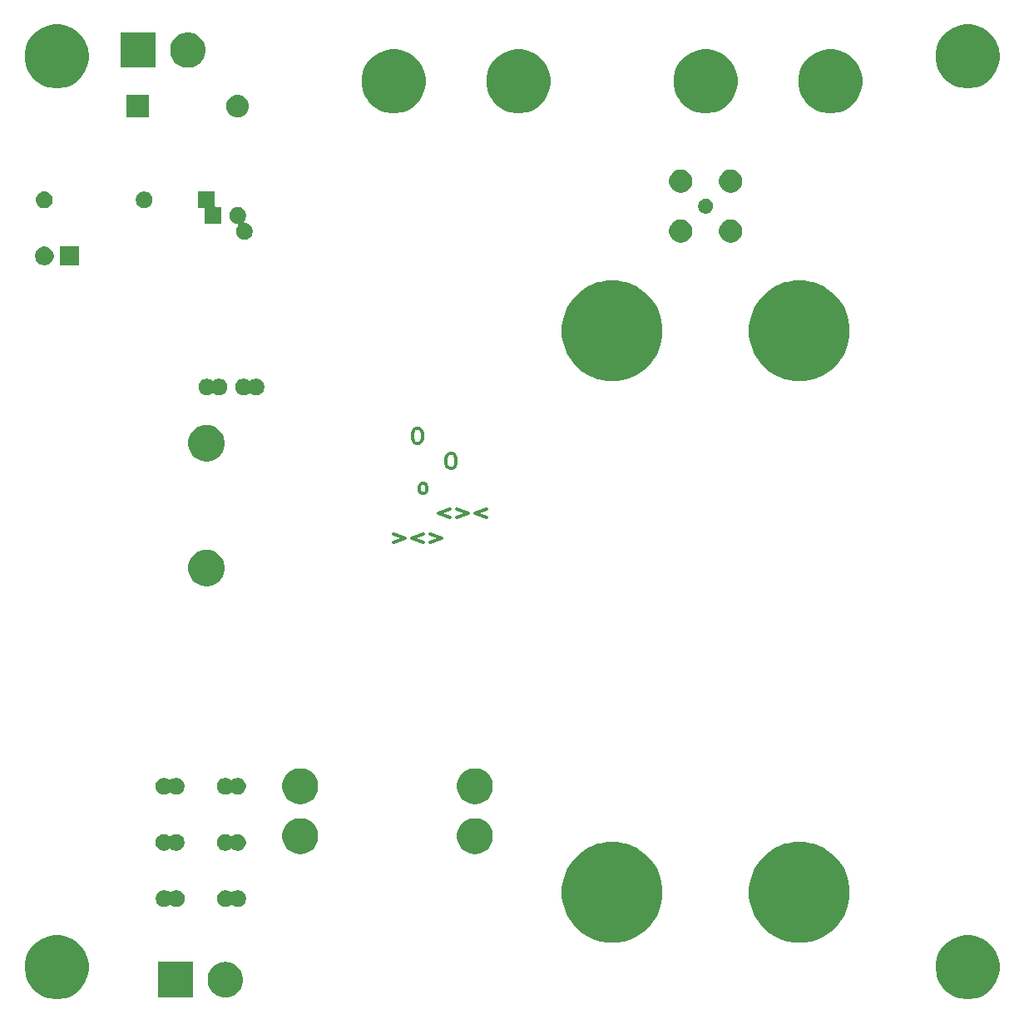
<source format=gbr>
G04 #@! TF.GenerationSoftware,KiCad,Pcbnew,5.0.2-bee76a0~70~ubuntu16.04.1*
G04 #@! TF.CreationDate,2021-05-08T15:12:51-07:00*
G04 #@! TF.ProjectId,simple-switching-network,73696d70-6c65-42d7-9377-69746368696e,rev?*
G04 #@! TF.SameCoordinates,Original*
G04 #@! TF.FileFunction,Soldermask,Bot*
G04 #@! TF.FilePolarity,Negative*
%FSLAX46Y46*%
G04 Gerber Fmt 4.6, Leading zero omitted, Abs format (unit mm)*
G04 Created by KiCad (PCBNEW 5.0.2-bee76a0~70~ubuntu16.04.1) date Sat 08 May 2021 03:12:51 PM PDT*
%MOMM*%
%LPD*%
G01*
G04 APERTURE LIST*
%ADD10C,0.300000*%
%ADD11C,0.100000*%
G04 APERTURE END LIST*
D10*
X104156428Y-98853571D02*
X103870714Y-98853571D01*
X103727857Y-98925000D01*
X103585000Y-99067857D01*
X103513571Y-99353571D01*
X103513571Y-99853571D01*
X103585000Y-100139285D01*
X103727857Y-100282142D01*
X103870714Y-100353571D01*
X104156428Y-100353571D01*
X104299285Y-100282142D01*
X104442142Y-100139285D01*
X104513571Y-99853571D01*
X104513571Y-99353571D01*
X104442142Y-99067857D01*
X104299285Y-98925000D01*
X104156428Y-98853571D01*
X107585000Y-101403571D02*
X107299285Y-101403571D01*
X107156428Y-101475000D01*
X107013571Y-101617857D01*
X106942142Y-101903571D01*
X106942142Y-102403571D01*
X107013571Y-102689285D01*
X107156428Y-102832142D01*
X107299285Y-102903571D01*
X107585000Y-102903571D01*
X107727857Y-102832142D01*
X107870714Y-102689285D01*
X107942142Y-102403571D01*
X107942142Y-101903571D01*
X107870714Y-101617857D01*
X107727857Y-101475000D01*
X107585000Y-101403571D01*
X104692142Y-105453571D02*
X104835000Y-105382142D01*
X104906428Y-105310714D01*
X104977857Y-105167857D01*
X104977857Y-104739285D01*
X104906428Y-104596428D01*
X104835000Y-104525000D01*
X104692142Y-104453571D01*
X104477857Y-104453571D01*
X104335000Y-104525000D01*
X104263571Y-104596428D01*
X104192142Y-104739285D01*
X104192142Y-105167857D01*
X104263571Y-105310714D01*
X104335000Y-105382142D01*
X104477857Y-105453571D01*
X104692142Y-105453571D01*
X111013571Y-107003571D02*
X109870714Y-107432142D01*
X111013571Y-107860714D01*
X108013571Y-107003571D02*
X109156428Y-107432142D01*
X108013571Y-107860714D01*
X107299285Y-107003571D02*
X106156428Y-107432142D01*
X107299285Y-107860714D01*
X105299285Y-109553571D02*
X106442142Y-109982142D01*
X105299285Y-110410714D01*
X104585000Y-109553571D02*
X103442142Y-109982142D01*
X104585000Y-110410714D01*
X101585000Y-109553571D02*
X102727857Y-109982142D01*
X101585000Y-110410714D01*
D11*
G36*
X160654239Y-150481467D02*
X160968282Y-150543934D01*
X161559926Y-150789001D01*
X161851491Y-150983819D01*
X162092395Y-151144786D01*
X162545214Y-151597605D01*
X162545216Y-151597608D01*
X162900999Y-152130074D01*
X162900999Y-152130075D01*
X163146066Y-152721719D01*
X163271000Y-153349803D01*
X163271000Y-153990197D01*
X163208533Y-154304239D01*
X163146066Y-154618282D01*
X162900999Y-155209926D01*
X162730330Y-155465350D01*
X162545214Y-155742395D01*
X162092395Y-156195214D01*
X162092392Y-156195216D01*
X161559926Y-156550999D01*
X160968282Y-156796066D01*
X160654239Y-156858533D01*
X160340197Y-156921000D01*
X159699803Y-156921000D01*
X159385761Y-156858533D01*
X159071718Y-156796066D01*
X158480074Y-156550999D01*
X157947608Y-156195216D01*
X157947605Y-156195214D01*
X157494786Y-155742395D01*
X157309670Y-155465350D01*
X157139001Y-155209926D01*
X156893934Y-154618282D01*
X156831467Y-154304239D01*
X156769000Y-153990197D01*
X156769000Y-153349803D01*
X156893934Y-152721719D01*
X157139001Y-152130075D01*
X157139001Y-152130074D01*
X157494784Y-151597608D01*
X157494786Y-151597605D01*
X157947605Y-151144786D01*
X158188509Y-150983819D01*
X158480074Y-150789001D01*
X159071718Y-150543934D01*
X159385761Y-150481467D01*
X159699803Y-150419000D01*
X160340197Y-150419000D01*
X160654239Y-150481467D01*
X160654239Y-150481467D01*
G37*
G36*
X67944239Y-150481467D02*
X68258282Y-150543934D01*
X68849926Y-150789001D01*
X69141491Y-150983819D01*
X69382395Y-151144786D01*
X69835214Y-151597605D01*
X69835216Y-151597608D01*
X70190999Y-152130074D01*
X70190999Y-152130075D01*
X70436066Y-152721719D01*
X70561000Y-153349803D01*
X70561000Y-153990197D01*
X70498533Y-154304239D01*
X70436066Y-154618282D01*
X70190999Y-155209926D01*
X70020330Y-155465350D01*
X69835214Y-155742395D01*
X69382395Y-156195214D01*
X69382392Y-156195216D01*
X68849926Y-156550999D01*
X68258282Y-156796066D01*
X67944239Y-156858533D01*
X67630197Y-156921000D01*
X66989803Y-156921000D01*
X66675761Y-156858533D01*
X66361718Y-156796066D01*
X65770074Y-156550999D01*
X65237608Y-156195216D01*
X65237605Y-156195214D01*
X64784786Y-155742395D01*
X64599670Y-155465350D01*
X64429001Y-155209926D01*
X64183934Y-154618282D01*
X64121467Y-154304239D01*
X64059000Y-153990197D01*
X64059000Y-153349803D01*
X64183934Y-152721719D01*
X64429001Y-152130075D01*
X64429001Y-152130074D01*
X64784784Y-151597608D01*
X64784786Y-151597605D01*
X65237605Y-151144786D01*
X65478509Y-150983819D01*
X65770074Y-150789001D01*
X66361718Y-150543934D01*
X66675761Y-150481467D01*
X66989803Y-150419000D01*
X67630197Y-150419000D01*
X67944239Y-150481467D01*
X67944239Y-150481467D01*
G37*
G36*
X84681905Y-153148789D02*
X84980350Y-153208153D01*
X85308122Y-153343921D01*
X85603109Y-153541025D01*
X85853975Y-153791891D01*
X86051079Y-154086878D01*
X86186847Y-154414650D01*
X86256060Y-154762611D01*
X86256060Y-155117389D01*
X86186847Y-155465350D01*
X86051079Y-155793122D01*
X85853975Y-156088109D01*
X85603109Y-156338975D01*
X85308122Y-156536079D01*
X84980350Y-156671847D01*
X84681905Y-156731211D01*
X84632390Y-156741060D01*
X84277610Y-156741060D01*
X84228095Y-156731211D01*
X83929650Y-156671847D01*
X83601878Y-156536079D01*
X83306891Y-156338975D01*
X83056025Y-156088109D01*
X82858921Y-155793122D01*
X82723153Y-155465350D01*
X82653940Y-155117389D01*
X82653940Y-154762611D01*
X82723153Y-154414650D01*
X82858921Y-154086878D01*
X83056025Y-153791891D01*
X83306891Y-153541025D01*
X83601878Y-153343921D01*
X83929650Y-153208153D01*
X84228095Y-153148789D01*
X84277610Y-153138940D01*
X84632390Y-153138940D01*
X84681905Y-153148789D01*
X84681905Y-153148789D01*
G37*
G36*
X81176060Y-156741060D02*
X77573940Y-156741060D01*
X77573940Y-153138940D01*
X81176060Y-153138940D01*
X81176060Y-156741060D01*
X81176060Y-156741060D01*
G37*
G36*
X144041225Y-141050454D02*
X144371658Y-141116181D01*
X144758443Y-141276393D01*
X145305439Y-141502966D01*
X146145825Y-142064494D01*
X146860506Y-142779175D01*
X147422034Y-143619561D01*
X147808819Y-144553343D01*
X148006000Y-145544639D01*
X148006000Y-146555361D01*
X147808819Y-147546657D01*
X147422034Y-148480439D01*
X146860506Y-149320825D01*
X146145825Y-150035506D01*
X145305439Y-150597034D01*
X144841989Y-150789001D01*
X144371658Y-150983819D01*
X144041225Y-151049546D01*
X143380361Y-151181000D01*
X142369639Y-151181000D01*
X141708775Y-151049546D01*
X141378342Y-150983819D01*
X140908011Y-150789001D01*
X140444561Y-150597034D01*
X139604175Y-150035506D01*
X138889494Y-149320825D01*
X138327966Y-148480439D01*
X137941181Y-147546657D01*
X137744000Y-146555361D01*
X137744000Y-145544639D01*
X137941181Y-144553343D01*
X138327966Y-143619561D01*
X138889494Y-142779175D01*
X139604175Y-142064494D01*
X140444561Y-141502966D01*
X140991557Y-141276393D01*
X141378342Y-141116181D01*
X141708775Y-141050454D01*
X142369639Y-140919000D01*
X143380361Y-140919000D01*
X144041225Y-141050454D01*
X144041225Y-141050454D01*
G37*
G36*
X124991225Y-141050454D02*
X125321658Y-141116181D01*
X125708443Y-141276393D01*
X126255439Y-141502966D01*
X127095825Y-142064494D01*
X127810506Y-142779175D01*
X128372034Y-143619561D01*
X128758819Y-144553343D01*
X128956000Y-145544639D01*
X128956000Y-146555361D01*
X128758819Y-147546657D01*
X128372034Y-148480439D01*
X127810506Y-149320825D01*
X127095825Y-150035506D01*
X126255439Y-150597034D01*
X125791989Y-150789001D01*
X125321658Y-150983819D01*
X124991225Y-151049546D01*
X124330361Y-151181000D01*
X123319639Y-151181000D01*
X122658775Y-151049546D01*
X122328342Y-150983819D01*
X121858011Y-150789001D01*
X121394561Y-150597034D01*
X120554175Y-150035506D01*
X119839494Y-149320825D01*
X119277966Y-148480439D01*
X118891181Y-147546657D01*
X118694000Y-146555361D01*
X118694000Y-145544639D01*
X118891181Y-144553343D01*
X119277966Y-143619561D01*
X119839494Y-142779175D01*
X120554175Y-142064494D01*
X121394561Y-141502966D01*
X121941557Y-141276393D01*
X122328342Y-141116181D01*
X122658775Y-141050454D01*
X123319639Y-140919000D01*
X124330361Y-140919000D01*
X124991225Y-141050454D01*
X124991225Y-141050454D01*
G37*
G36*
X84723228Y-145866703D02*
X84878100Y-145930853D01*
X85017481Y-146023985D01*
X85017485Y-146023989D01*
X85024380Y-146028596D01*
X85030554Y-146033663D01*
X85052165Y-146045214D01*
X85075614Y-146052327D01*
X85100000Y-146054729D01*
X85124386Y-146052327D01*
X85147835Y-146045214D01*
X85169446Y-146033663D01*
X85175620Y-146028596D01*
X85182515Y-146023989D01*
X85182519Y-146023985D01*
X85321900Y-145930853D01*
X85476772Y-145866703D01*
X85641184Y-145834000D01*
X85808816Y-145834000D01*
X85973228Y-145866703D01*
X86128100Y-145930853D01*
X86267481Y-146023985D01*
X86386015Y-146142519D01*
X86479147Y-146281900D01*
X86543297Y-146436772D01*
X86576000Y-146601184D01*
X86576000Y-146768816D01*
X86543297Y-146933228D01*
X86479147Y-147088100D01*
X86386015Y-147227481D01*
X86267481Y-147346015D01*
X86128100Y-147439147D01*
X85973228Y-147503297D01*
X85808816Y-147536000D01*
X85641184Y-147536000D01*
X85476772Y-147503297D01*
X85321900Y-147439147D01*
X85182519Y-147346015D01*
X85182515Y-147346011D01*
X85175620Y-147341404D01*
X85169446Y-147336337D01*
X85147835Y-147324786D01*
X85124386Y-147317673D01*
X85100000Y-147315271D01*
X85075614Y-147317673D01*
X85052165Y-147324786D01*
X85030554Y-147336337D01*
X85024380Y-147341404D01*
X85017485Y-147346011D01*
X85017481Y-147346015D01*
X84878100Y-147439147D01*
X84723228Y-147503297D01*
X84558816Y-147536000D01*
X84391184Y-147536000D01*
X84226772Y-147503297D01*
X84071900Y-147439147D01*
X83932519Y-147346015D01*
X83813985Y-147227481D01*
X83720853Y-147088100D01*
X83656703Y-146933228D01*
X83624000Y-146768816D01*
X83624000Y-146601184D01*
X83656703Y-146436772D01*
X83720853Y-146281900D01*
X83813985Y-146142519D01*
X83932519Y-146023985D01*
X84071900Y-145930853D01*
X84226772Y-145866703D01*
X84391184Y-145834000D01*
X84558816Y-145834000D01*
X84723228Y-145866703D01*
X84723228Y-145866703D01*
G37*
G36*
X78473228Y-145866703D02*
X78628100Y-145930853D01*
X78767481Y-146023985D01*
X78767485Y-146023989D01*
X78774380Y-146028596D01*
X78780554Y-146033663D01*
X78802165Y-146045214D01*
X78825614Y-146052327D01*
X78850000Y-146054729D01*
X78874386Y-146052327D01*
X78897835Y-146045214D01*
X78919446Y-146033663D01*
X78925620Y-146028596D01*
X78932515Y-146023989D01*
X78932519Y-146023985D01*
X79071900Y-145930853D01*
X79226772Y-145866703D01*
X79391184Y-145834000D01*
X79558816Y-145834000D01*
X79723228Y-145866703D01*
X79878100Y-145930853D01*
X80017481Y-146023985D01*
X80136015Y-146142519D01*
X80229147Y-146281900D01*
X80293297Y-146436772D01*
X80326000Y-146601184D01*
X80326000Y-146768816D01*
X80293297Y-146933228D01*
X80229147Y-147088100D01*
X80136015Y-147227481D01*
X80017481Y-147346015D01*
X79878100Y-147439147D01*
X79723228Y-147503297D01*
X79558816Y-147536000D01*
X79391184Y-147536000D01*
X79226772Y-147503297D01*
X79071900Y-147439147D01*
X78932519Y-147346015D01*
X78932515Y-147346011D01*
X78925620Y-147341404D01*
X78919446Y-147336337D01*
X78897835Y-147324786D01*
X78874386Y-147317673D01*
X78850000Y-147315271D01*
X78825614Y-147317673D01*
X78802165Y-147324786D01*
X78780554Y-147336337D01*
X78774380Y-147341404D01*
X78767485Y-147346011D01*
X78767481Y-147346015D01*
X78628100Y-147439147D01*
X78473228Y-147503297D01*
X78308816Y-147536000D01*
X78141184Y-147536000D01*
X77976772Y-147503297D01*
X77821900Y-147439147D01*
X77682519Y-147346015D01*
X77563985Y-147227481D01*
X77470853Y-147088100D01*
X77406703Y-146933228D01*
X77374000Y-146768816D01*
X77374000Y-146601184D01*
X77406703Y-146436772D01*
X77470853Y-146281900D01*
X77563985Y-146142519D01*
X77682519Y-146023985D01*
X77821900Y-145930853D01*
X77976772Y-145866703D01*
X78141184Y-145834000D01*
X78308816Y-145834000D01*
X78473228Y-145866703D01*
X78473228Y-145866703D01*
G37*
G36*
X92431820Y-138541143D02*
X92608500Y-138576287D01*
X92746373Y-138633396D01*
X92941355Y-138714160D01*
X93240923Y-138914325D01*
X93495675Y-139169077D01*
X93695840Y-139468645D01*
X93833713Y-139801501D01*
X93904000Y-140154858D01*
X93904000Y-140515142D01*
X93833713Y-140868499D01*
X93695840Y-141201355D01*
X93495675Y-141500923D01*
X93240923Y-141755675D01*
X92941355Y-141955840D01*
X92746373Y-142036604D01*
X92608500Y-142093713D01*
X92431820Y-142128857D01*
X92255142Y-142164000D01*
X91894858Y-142164000D01*
X91718180Y-142128857D01*
X91541500Y-142093713D01*
X91403627Y-142036604D01*
X91208645Y-141955840D01*
X90909077Y-141755675D01*
X90654325Y-141500923D01*
X90454160Y-141201355D01*
X90316287Y-140868499D01*
X90246000Y-140515142D01*
X90246000Y-140154858D01*
X90316287Y-139801501D01*
X90454160Y-139468645D01*
X90654325Y-139169077D01*
X90909077Y-138914325D01*
X91208645Y-138714160D01*
X91403627Y-138633396D01*
X91541500Y-138576287D01*
X91718180Y-138541143D01*
X91894858Y-138506000D01*
X92255142Y-138506000D01*
X92431820Y-138541143D01*
X92431820Y-138541143D01*
G37*
G36*
X110211820Y-138541143D02*
X110388500Y-138576287D01*
X110526373Y-138633396D01*
X110721355Y-138714160D01*
X111020923Y-138914325D01*
X111275675Y-139169077D01*
X111475840Y-139468645D01*
X111613713Y-139801501D01*
X111684000Y-140154858D01*
X111684000Y-140515142D01*
X111613713Y-140868499D01*
X111475840Y-141201355D01*
X111275675Y-141500923D01*
X111020923Y-141755675D01*
X110721355Y-141955840D01*
X110526373Y-142036604D01*
X110388500Y-142093713D01*
X110211820Y-142128857D01*
X110035142Y-142164000D01*
X109674858Y-142164000D01*
X109498180Y-142128857D01*
X109321500Y-142093713D01*
X109183627Y-142036604D01*
X108988645Y-141955840D01*
X108689077Y-141755675D01*
X108434325Y-141500923D01*
X108234160Y-141201355D01*
X108096287Y-140868499D01*
X108026000Y-140515142D01*
X108026000Y-140154858D01*
X108096287Y-139801501D01*
X108234160Y-139468645D01*
X108434325Y-139169077D01*
X108689077Y-138914325D01*
X108988645Y-138714160D01*
X109183627Y-138633396D01*
X109321500Y-138576287D01*
X109498180Y-138541143D01*
X109674858Y-138506000D01*
X110035142Y-138506000D01*
X110211820Y-138541143D01*
X110211820Y-138541143D01*
G37*
G36*
X84703228Y-140151703D02*
X84858100Y-140215853D01*
X84997481Y-140308985D01*
X84997485Y-140308989D01*
X85004380Y-140313596D01*
X85010554Y-140318663D01*
X85032165Y-140330214D01*
X85055614Y-140337327D01*
X85080000Y-140339729D01*
X85104386Y-140337327D01*
X85127835Y-140330214D01*
X85149446Y-140318663D01*
X85155620Y-140313596D01*
X85162515Y-140308989D01*
X85162519Y-140308985D01*
X85301900Y-140215853D01*
X85456772Y-140151703D01*
X85621184Y-140119000D01*
X85788816Y-140119000D01*
X85953228Y-140151703D01*
X86108100Y-140215853D01*
X86247481Y-140308985D01*
X86366015Y-140427519D01*
X86459147Y-140566900D01*
X86523297Y-140721772D01*
X86556000Y-140886184D01*
X86556000Y-141053816D01*
X86523297Y-141218228D01*
X86459147Y-141373100D01*
X86366015Y-141512481D01*
X86247481Y-141631015D01*
X86108100Y-141724147D01*
X85953228Y-141788297D01*
X85788816Y-141821000D01*
X85621184Y-141821000D01*
X85456772Y-141788297D01*
X85301900Y-141724147D01*
X85162519Y-141631015D01*
X85162515Y-141631011D01*
X85155620Y-141626404D01*
X85149446Y-141621337D01*
X85127835Y-141609786D01*
X85104386Y-141602673D01*
X85080000Y-141600271D01*
X85055614Y-141602673D01*
X85032165Y-141609786D01*
X85010554Y-141621337D01*
X85004380Y-141626404D01*
X84997485Y-141631011D01*
X84997481Y-141631015D01*
X84858100Y-141724147D01*
X84703228Y-141788297D01*
X84538816Y-141821000D01*
X84371184Y-141821000D01*
X84206772Y-141788297D01*
X84051900Y-141724147D01*
X83912519Y-141631015D01*
X83793985Y-141512481D01*
X83700853Y-141373100D01*
X83636703Y-141218228D01*
X83604000Y-141053816D01*
X83604000Y-140886184D01*
X83636703Y-140721772D01*
X83700853Y-140566900D01*
X83793985Y-140427519D01*
X83912519Y-140308985D01*
X84051900Y-140215853D01*
X84206772Y-140151703D01*
X84371184Y-140119000D01*
X84538816Y-140119000D01*
X84703228Y-140151703D01*
X84703228Y-140151703D01*
G37*
G36*
X78453228Y-140151703D02*
X78608100Y-140215853D01*
X78747481Y-140308985D01*
X78747485Y-140308989D01*
X78754380Y-140313596D01*
X78760554Y-140318663D01*
X78782165Y-140330214D01*
X78805614Y-140337327D01*
X78830000Y-140339729D01*
X78854386Y-140337327D01*
X78877835Y-140330214D01*
X78899446Y-140318663D01*
X78905620Y-140313596D01*
X78912515Y-140308989D01*
X78912519Y-140308985D01*
X79051900Y-140215853D01*
X79206772Y-140151703D01*
X79371184Y-140119000D01*
X79538816Y-140119000D01*
X79703228Y-140151703D01*
X79858100Y-140215853D01*
X79997481Y-140308985D01*
X80116015Y-140427519D01*
X80209147Y-140566900D01*
X80273297Y-140721772D01*
X80306000Y-140886184D01*
X80306000Y-141053816D01*
X80273297Y-141218228D01*
X80209147Y-141373100D01*
X80116015Y-141512481D01*
X79997481Y-141631015D01*
X79858100Y-141724147D01*
X79703228Y-141788297D01*
X79538816Y-141821000D01*
X79371184Y-141821000D01*
X79206772Y-141788297D01*
X79051900Y-141724147D01*
X78912519Y-141631015D01*
X78912515Y-141631011D01*
X78905620Y-141626404D01*
X78899446Y-141621337D01*
X78877835Y-141609786D01*
X78854386Y-141602673D01*
X78830000Y-141600271D01*
X78805614Y-141602673D01*
X78782165Y-141609786D01*
X78760554Y-141621337D01*
X78754380Y-141626404D01*
X78747485Y-141631011D01*
X78747481Y-141631015D01*
X78608100Y-141724147D01*
X78453228Y-141788297D01*
X78288816Y-141821000D01*
X78121184Y-141821000D01*
X77956772Y-141788297D01*
X77801900Y-141724147D01*
X77662519Y-141631015D01*
X77543985Y-141512481D01*
X77450853Y-141373100D01*
X77386703Y-141218228D01*
X77354000Y-141053816D01*
X77354000Y-140886184D01*
X77386703Y-140721772D01*
X77450853Y-140566900D01*
X77543985Y-140427519D01*
X77662519Y-140308985D01*
X77801900Y-140215853D01*
X77956772Y-140151703D01*
X78121184Y-140119000D01*
X78288816Y-140119000D01*
X78453228Y-140151703D01*
X78453228Y-140151703D01*
G37*
G36*
X110211821Y-133461144D02*
X110388500Y-133496287D01*
X110526373Y-133553396D01*
X110721355Y-133634160D01*
X111020923Y-133834325D01*
X111275675Y-134089077D01*
X111475840Y-134388645D01*
X111613713Y-134721501D01*
X111684000Y-135074858D01*
X111684000Y-135435142D01*
X111613713Y-135788499D01*
X111475840Y-136121355D01*
X111275675Y-136420923D01*
X111020923Y-136675675D01*
X110721355Y-136875840D01*
X110526373Y-136956604D01*
X110388500Y-137013713D01*
X110211820Y-137048857D01*
X110035142Y-137084000D01*
X109674858Y-137084000D01*
X109498180Y-137048857D01*
X109321500Y-137013713D01*
X109183627Y-136956604D01*
X108988645Y-136875840D01*
X108689077Y-136675675D01*
X108434325Y-136420923D01*
X108234160Y-136121355D01*
X108096287Y-135788499D01*
X108026000Y-135435142D01*
X108026000Y-135074858D01*
X108096287Y-134721501D01*
X108234160Y-134388645D01*
X108434325Y-134089077D01*
X108689077Y-133834325D01*
X108988645Y-133634160D01*
X109183627Y-133553396D01*
X109321500Y-133496287D01*
X109498179Y-133461144D01*
X109674858Y-133426000D01*
X110035142Y-133426000D01*
X110211821Y-133461144D01*
X110211821Y-133461144D01*
G37*
G36*
X92431821Y-133461144D02*
X92608500Y-133496287D01*
X92746373Y-133553396D01*
X92941355Y-133634160D01*
X93240923Y-133834325D01*
X93495675Y-134089077D01*
X93695840Y-134388645D01*
X93833713Y-134721501D01*
X93904000Y-135074858D01*
X93904000Y-135435142D01*
X93833713Y-135788499D01*
X93695840Y-136121355D01*
X93495675Y-136420923D01*
X93240923Y-136675675D01*
X92941355Y-136875840D01*
X92746373Y-136956604D01*
X92608500Y-137013713D01*
X92431820Y-137048857D01*
X92255142Y-137084000D01*
X91894858Y-137084000D01*
X91718180Y-137048857D01*
X91541500Y-137013713D01*
X91403627Y-136956604D01*
X91208645Y-136875840D01*
X90909077Y-136675675D01*
X90654325Y-136420923D01*
X90454160Y-136121355D01*
X90316287Y-135788499D01*
X90246000Y-135435142D01*
X90246000Y-135074858D01*
X90316287Y-134721501D01*
X90454160Y-134388645D01*
X90654325Y-134089077D01*
X90909077Y-133834325D01*
X91208645Y-133634160D01*
X91403627Y-133553396D01*
X91541500Y-133496287D01*
X91718179Y-133461144D01*
X91894858Y-133426000D01*
X92255142Y-133426000D01*
X92431821Y-133461144D01*
X92431821Y-133461144D01*
G37*
G36*
X84703228Y-134436703D02*
X84858100Y-134500853D01*
X84997481Y-134593985D01*
X84997485Y-134593989D01*
X85004380Y-134598596D01*
X85010554Y-134603663D01*
X85032165Y-134615214D01*
X85055614Y-134622327D01*
X85080000Y-134624729D01*
X85104386Y-134622327D01*
X85127835Y-134615214D01*
X85149446Y-134603663D01*
X85155620Y-134598596D01*
X85162515Y-134593989D01*
X85162519Y-134593985D01*
X85301900Y-134500853D01*
X85456772Y-134436703D01*
X85621184Y-134404000D01*
X85788816Y-134404000D01*
X85953228Y-134436703D01*
X86108100Y-134500853D01*
X86247481Y-134593985D01*
X86366015Y-134712519D01*
X86459147Y-134851900D01*
X86523297Y-135006772D01*
X86556000Y-135171184D01*
X86556000Y-135338816D01*
X86523297Y-135503228D01*
X86459147Y-135658100D01*
X86366015Y-135797481D01*
X86247481Y-135916015D01*
X86108100Y-136009147D01*
X85953228Y-136073297D01*
X85788816Y-136106000D01*
X85621184Y-136106000D01*
X85456772Y-136073297D01*
X85301900Y-136009147D01*
X85162519Y-135916015D01*
X85162515Y-135916011D01*
X85155620Y-135911404D01*
X85149446Y-135906337D01*
X85127835Y-135894786D01*
X85104386Y-135887673D01*
X85080000Y-135885271D01*
X85055614Y-135887673D01*
X85032165Y-135894786D01*
X85010554Y-135906337D01*
X85004380Y-135911404D01*
X84997485Y-135916011D01*
X84997481Y-135916015D01*
X84858100Y-136009147D01*
X84703228Y-136073297D01*
X84538816Y-136106000D01*
X84371184Y-136106000D01*
X84206772Y-136073297D01*
X84051900Y-136009147D01*
X83912519Y-135916015D01*
X83793985Y-135797481D01*
X83700853Y-135658100D01*
X83636703Y-135503228D01*
X83604000Y-135338816D01*
X83604000Y-135171184D01*
X83636703Y-135006772D01*
X83700853Y-134851900D01*
X83793985Y-134712519D01*
X83912519Y-134593985D01*
X84051900Y-134500853D01*
X84206772Y-134436703D01*
X84371184Y-134404000D01*
X84538816Y-134404000D01*
X84703228Y-134436703D01*
X84703228Y-134436703D01*
G37*
G36*
X78453228Y-134436703D02*
X78608100Y-134500853D01*
X78747481Y-134593985D01*
X78747485Y-134593989D01*
X78754380Y-134598596D01*
X78760554Y-134603663D01*
X78782165Y-134615214D01*
X78805614Y-134622327D01*
X78830000Y-134624729D01*
X78854386Y-134622327D01*
X78877835Y-134615214D01*
X78899446Y-134603663D01*
X78905620Y-134598596D01*
X78912515Y-134593989D01*
X78912519Y-134593985D01*
X79051900Y-134500853D01*
X79206772Y-134436703D01*
X79371184Y-134404000D01*
X79538816Y-134404000D01*
X79703228Y-134436703D01*
X79858100Y-134500853D01*
X79997481Y-134593985D01*
X80116015Y-134712519D01*
X80209147Y-134851900D01*
X80273297Y-135006772D01*
X80306000Y-135171184D01*
X80306000Y-135338816D01*
X80273297Y-135503228D01*
X80209147Y-135658100D01*
X80116015Y-135797481D01*
X79997481Y-135916015D01*
X79858100Y-136009147D01*
X79703228Y-136073297D01*
X79538816Y-136106000D01*
X79371184Y-136106000D01*
X79206772Y-136073297D01*
X79051900Y-136009147D01*
X78912519Y-135916015D01*
X78912515Y-135916011D01*
X78905620Y-135911404D01*
X78899446Y-135906337D01*
X78877835Y-135894786D01*
X78854386Y-135887673D01*
X78830000Y-135885271D01*
X78805614Y-135887673D01*
X78782165Y-135894786D01*
X78760554Y-135906337D01*
X78754380Y-135911404D01*
X78747485Y-135916011D01*
X78747481Y-135916015D01*
X78608100Y-136009147D01*
X78453228Y-136073297D01*
X78288816Y-136106000D01*
X78121184Y-136106000D01*
X77956772Y-136073297D01*
X77801900Y-136009147D01*
X77662519Y-135916015D01*
X77543985Y-135797481D01*
X77450853Y-135658100D01*
X77386703Y-135503228D01*
X77354000Y-135338816D01*
X77354000Y-135171184D01*
X77386703Y-135006772D01*
X77450853Y-134851900D01*
X77543985Y-134712519D01*
X77662519Y-134593985D01*
X77801900Y-134500853D01*
X77956772Y-134436703D01*
X78121184Y-134404000D01*
X78288816Y-134404000D01*
X78453228Y-134436703D01*
X78453228Y-134436703D01*
G37*
G36*
X82911112Y-111214566D02*
X83089917Y-111250133D01*
X83426777Y-111389665D01*
X83727902Y-111590870D01*
X83729947Y-111592237D01*
X83987763Y-111850053D01*
X83987765Y-111850056D01*
X84190335Y-112153223D01*
X84329867Y-112490083D01*
X84401000Y-112847692D01*
X84401000Y-113212308D01*
X84329867Y-113569917D01*
X84190335Y-113906777D01*
X83989130Y-114207902D01*
X83987763Y-114209947D01*
X83729947Y-114467763D01*
X83729944Y-114467765D01*
X83426777Y-114670335D01*
X83089917Y-114809867D01*
X82911113Y-114845433D01*
X82732309Y-114881000D01*
X82367691Y-114881000D01*
X82188887Y-114845433D01*
X82010083Y-114809867D01*
X81673223Y-114670335D01*
X81370056Y-114467765D01*
X81370053Y-114467763D01*
X81112237Y-114209947D01*
X81110870Y-114207902D01*
X80909665Y-113906777D01*
X80770133Y-113569917D01*
X80699000Y-113212308D01*
X80699000Y-112847692D01*
X80770133Y-112490083D01*
X80909665Y-112153223D01*
X81112235Y-111850056D01*
X81112237Y-111850053D01*
X81370053Y-111592237D01*
X81372098Y-111590870D01*
X81673223Y-111389665D01*
X82010083Y-111250133D01*
X82188888Y-111214566D01*
X82367691Y-111179000D01*
X82732309Y-111179000D01*
X82911112Y-111214566D01*
X82911112Y-111214566D01*
G37*
G36*
X82911113Y-98514567D02*
X83089917Y-98550133D01*
X83426777Y-98689665D01*
X83727902Y-98890870D01*
X83729947Y-98892237D01*
X83987763Y-99150053D01*
X83987765Y-99150056D01*
X84190335Y-99453223D01*
X84329867Y-99790083D01*
X84401000Y-100147692D01*
X84401000Y-100512308D01*
X84329867Y-100869917D01*
X84190335Y-101206777D01*
X83989130Y-101507902D01*
X83987763Y-101509947D01*
X83729947Y-101767763D01*
X83729944Y-101767765D01*
X83426777Y-101970335D01*
X83089917Y-102109867D01*
X82911113Y-102145433D01*
X82732309Y-102181000D01*
X82367691Y-102181000D01*
X82188887Y-102145433D01*
X82010083Y-102109867D01*
X81673223Y-101970335D01*
X81370056Y-101767765D01*
X81370053Y-101767763D01*
X81112237Y-101509947D01*
X81110870Y-101507902D01*
X80909665Y-101206777D01*
X80770133Y-100869917D01*
X80699000Y-100512308D01*
X80699000Y-100147692D01*
X80770133Y-99790083D01*
X80909665Y-99453223D01*
X81112235Y-99150056D01*
X81112237Y-99150053D01*
X81370053Y-98892237D01*
X81372098Y-98890870D01*
X81673223Y-98689665D01*
X82010083Y-98550133D01*
X82188887Y-98514567D01*
X82367691Y-98479000D01*
X82732309Y-98479000D01*
X82911113Y-98514567D01*
X82911113Y-98514567D01*
G37*
G36*
X86568228Y-93796703D02*
X86723100Y-93860853D01*
X86862481Y-93953985D01*
X86862485Y-93953989D01*
X86869380Y-93958596D01*
X86875554Y-93963663D01*
X86897165Y-93975214D01*
X86920614Y-93982327D01*
X86945000Y-93984729D01*
X86969386Y-93982327D01*
X86992835Y-93975214D01*
X87014446Y-93963663D01*
X87020620Y-93958596D01*
X87027515Y-93953989D01*
X87027519Y-93953985D01*
X87166900Y-93860853D01*
X87321772Y-93796703D01*
X87486184Y-93764000D01*
X87653816Y-93764000D01*
X87818228Y-93796703D01*
X87973100Y-93860853D01*
X88112481Y-93953985D01*
X88231015Y-94072519D01*
X88324147Y-94211900D01*
X88388297Y-94366772D01*
X88421000Y-94531184D01*
X88421000Y-94698816D01*
X88388297Y-94863228D01*
X88324147Y-95018100D01*
X88231015Y-95157481D01*
X88112481Y-95276015D01*
X87973100Y-95369147D01*
X87818228Y-95433297D01*
X87653816Y-95466000D01*
X87486184Y-95466000D01*
X87321772Y-95433297D01*
X87166900Y-95369147D01*
X87027519Y-95276015D01*
X87027515Y-95276011D01*
X87020620Y-95271404D01*
X87014446Y-95266337D01*
X86992835Y-95254786D01*
X86969386Y-95247673D01*
X86945000Y-95245271D01*
X86920614Y-95247673D01*
X86897165Y-95254786D01*
X86875554Y-95266337D01*
X86869380Y-95271404D01*
X86862485Y-95276011D01*
X86862481Y-95276015D01*
X86723100Y-95369147D01*
X86568228Y-95433297D01*
X86403816Y-95466000D01*
X86236184Y-95466000D01*
X86071772Y-95433297D01*
X85916900Y-95369147D01*
X85777519Y-95276015D01*
X85658985Y-95157481D01*
X85565853Y-95018100D01*
X85501703Y-94863228D01*
X85469000Y-94698816D01*
X85469000Y-94531184D01*
X85501703Y-94366772D01*
X85565853Y-94211900D01*
X85658985Y-94072519D01*
X85777519Y-93953985D01*
X85916900Y-93860853D01*
X86071772Y-93796703D01*
X86236184Y-93764000D01*
X86403816Y-93764000D01*
X86568228Y-93796703D01*
X86568228Y-93796703D01*
G37*
G36*
X82818228Y-93796703D02*
X82973100Y-93860853D01*
X83112481Y-93953985D01*
X83112485Y-93953989D01*
X83119380Y-93958596D01*
X83125554Y-93963663D01*
X83147165Y-93975214D01*
X83170614Y-93982327D01*
X83195000Y-93984729D01*
X83219386Y-93982327D01*
X83242835Y-93975214D01*
X83264446Y-93963663D01*
X83270620Y-93958596D01*
X83277515Y-93953989D01*
X83277519Y-93953985D01*
X83416900Y-93860853D01*
X83571772Y-93796703D01*
X83736184Y-93764000D01*
X83903816Y-93764000D01*
X84068228Y-93796703D01*
X84223100Y-93860853D01*
X84362481Y-93953985D01*
X84481015Y-94072519D01*
X84574147Y-94211900D01*
X84638297Y-94366772D01*
X84671000Y-94531184D01*
X84671000Y-94698816D01*
X84638297Y-94863228D01*
X84574147Y-95018100D01*
X84481015Y-95157481D01*
X84362481Y-95276015D01*
X84223100Y-95369147D01*
X84068228Y-95433297D01*
X83903816Y-95466000D01*
X83736184Y-95466000D01*
X83571772Y-95433297D01*
X83416900Y-95369147D01*
X83277519Y-95276015D01*
X83277515Y-95276011D01*
X83270620Y-95271404D01*
X83264446Y-95266337D01*
X83242835Y-95254786D01*
X83219386Y-95247673D01*
X83195000Y-95245271D01*
X83170614Y-95247673D01*
X83147165Y-95254786D01*
X83125554Y-95266337D01*
X83119380Y-95271404D01*
X83112485Y-95276011D01*
X83112481Y-95276015D01*
X82973100Y-95369147D01*
X82818228Y-95433297D01*
X82653816Y-95466000D01*
X82486184Y-95466000D01*
X82321772Y-95433297D01*
X82166900Y-95369147D01*
X82027519Y-95276015D01*
X81908985Y-95157481D01*
X81815853Y-95018100D01*
X81751703Y-94863228D01*
X81719000Y-94698816D01*
X81719000Y-94531184D01*
X81751703Y-94366772D01*
X81815853Y-94211900D01*
X81908985Y-94072519D01*
X82027519Y-93953985D01*
X82166900Y-93860853D01*
X82321772Y-93796703D01*
X82486184Y-93764000D01*
X82653816Y-93764000D01*
X82818228Y-93796703D01*
X82818228Y-93796703D01*
G37*
G36*
X144041225Y-83900454D02*
X144371658Y-83966181D01*
X144758443Y-84126393D01*
X145305439Y-84352966D01*
X146145825Y-84914494D01*
X146860506Y-85629175D01*
X147422034Y-86469561D01*
X147808819Y-87403343D01*
X148006000Y-88394639D01*
X148006000Y-89405361D01*
X147808819Y-90396657D01*
X147422034Y-91330439D01*
X146860506Y-92170825D01*
X146145825Y-92885506D01*
X145305439Y-93447034D01*
X144758443Y-93673607D01*
X144371658Y-93833819D01*
X144235748Y-93860853D01*
X143380361Y-94031000D01*
X142369639Y-94031000D01*
X141514252Y-93860853D01*
X141378342Y-93833819D01*
X140991557Y-93673607D01*
X140444561Y-93447034D01*
X139604175Y-92885506D01*
X138889494Y-92170825D01*
X138327966Y-91330439D01*
X137941181Y-90396657D01*
X137744000Y-89405361D01*
X137744000Y-88394639D01*
X137941181Y-87403343D01*
X138327966Y-86469561D01*
X138889494Y-85629175D01*
X139604175Y-84914494D01*
X140444561Y-84352966D01*
X140991557Y-84126393D01*
X141378342Y-83966181D01*
X141708775Y-83900454D01*
X142369639Y-83769000D01*
X143380361Y-83769000D01*
X144041225Y-83900454D01*
X144041225Y-83900454D01*
G37*
G36*
X124991225Y-83900454D02*
X125321658Y-83966181D01*
X125708443Y-84126393D01*
X126255439Y-84352966D01*
X127095825Y-84914494D01*
X127810506Y-85629175D01*
X128372034Y-86469561D01*
X128758819Y-87403343D01*
X128956000Y-88394639D01*
X128956000Y-89405361D01*
X128758819Y-90396657D01*
X128372034Y-91330439D01*
X127810506Y-92170825D01*
X127095825Y-92885506D01*
X126255439Y-93447034D01*
X125708443Y-93673607D01*
X125321658Y-93833819D01*
X125185748Y-93860853D01*
X124330361Y-94031000D01*
X123319639Y-94031000D01*
X122464252Y-93860853D01*
X122328342Y-93833819D01*
X121941557Y-93673607D01*
X121394561Y-93447034D01*
X120554175Y-92885506D01*
X119839494Y-92170825D01*
X119277966Y-91330439D01*
X118891181Y-90396657D01*
X118694000Y-89405361D01*
X118694000Y-88394639D01*
X118891181Y-87403343D01*
X119277966Y-86469561D01*
X119839494Y-85629175D01*
X120554175Y-84914494D01*
X121394561Y-84352966D01*
X121941557Y-84126393D01*
X122328342Y-83966181D01*
X122658775Y-83900454D01*
X123319639Y-83769000D01*
X124330361Y-83769000D01*
X124991225Y-83900454D01*
X124991225Y-83900454D01*
G37*
G36*
X66317396Y-80365546D02*
X66490466Y-80437234D01*
X66646230Y-80541312D01*
X66778688Y-80673770D01*
X66882766Y-80829534D01*
X66954454Y-81002604D01*
X66991000Y-81186333D01*
X66991000Y-81373667D01*
X66954454Y-81557396D01*
X66882766Y-81730466D01*
X66778688Y-81886230D01*
X66646230Y-82018688D01*
X66490466Y-82122766D01*
X66317396Y-82194454D01*
X66133667Y-82231000D01*
X65946333Y-82231000D01*
X65762604Y-82194454D01*
X65589534Y-82122766D01*
X65433770Y-82018688D01*
X65301312Y-81886230D01*
X65197234Y-81730466D01*
X65125546Y-81557396D01*
X65089000Y-81373667D01*
X65089000Y-81186333D01*
X65125546Y-81002604D01*
X65197234Y-80829534D01*
X65301312Y-80673770D01*
X65433770Y-80541312D01*
X65589534Y-80437234D01*
X65762604Y-80365546D01*
X65946333Y-80329000D01*
X66133667Y-80329000D01*
X66317396Y-80365546D01*
X66317396Y-80365546D01*
G37*
G36*
X69531000Y-82231000D02*
X67629000Y-82231000D01*
X67629000Y-80329000D01*
X69531000Y-80329000D01*
X69531000Y-82231000D01*
X69531000Y-82231000D01*
G37*
G36*
X131039427Y-77586597D02*
X131153027Y-77609193D01*
X131367045Y-77697842D01*
X131431882Y-77741165D01*
X131559659Y-77826543D01*
X131723457Y-77990341D01*
X131723459Y-77990344D01*
X131852158Y-78182955D01*
X131940807Y-78396973D01*
X131986000Y-78624174D01*
X131986000Y-78855826D01*
X131940807Y-79083027D01*
X131852158Y-79297045D01*
X131724326Y-79488358D01*
X131723457Y-79489659D01*
X131559659Y-79653457D01*
X131559656Y-79653459D01*
X131367045Y-79782158D01*
X131153027Y-79870807D01*
X131039427Y-79893403D01*
X130925827Y-79916000D01*
X130694173Y-79916000D01*
X130580573Y-79893403D01*
X130466973Y-79870807D01*
X130252955Y-79782158D01*
X130060344Y-79653459D01*
X130060341Y-79653457D01*
X129896543Y-79489659D01*
X129895674Y-79488358D01*
X129767842Y-79297045D01*
X129679193Y-79083027D01*
X129634000Y-78855826D01*
X129634000Y-78624174D01*
X129679193Y-78396973D01*
X129767842Y-78182955D01*
X129896541Y-77990344D01*
X129896543Y-77990341D01*
X130060341Y-77826543D01*
X130188118Y-77741165D01*
X130252955Y-77697842D01*
X130466973Y-77609193D01*
X130580573Y-77586597D01*
X130694173Y-77564000D01*
X130925827Y-77564000D01*
X131039427Y-77586597D01*
X131039427Y-77586597D01*
G37*
G36*
X136119427Y-77586597D02*
X136233027Y-77609193D01*
X136447045Y-77697842D01*
X136511882Y-77741165D01*
X136639659Y-77826543D01*
X136803457Y-77990341D01*
X136803459Y-77990344D01*
X136932158Y-78182955D01*
X137020807Y-78396973D01*
X137066000Y-78624174D01*
X137066000Y-78855826D01*
X137020807Y-79083027D01*
X136932158Y-79297045D01*
X136804326Y-79488358D01*
X136803457Y-79489659D01*
X136639659Y-79653457D01*
X136639656Y-79653459D01*
X136447045Y-79782158D01*
X136233027Y-79870807D01*
X136119427Y-79893403D01*
X136005827Y-79916000D01*
X135774173Y-79916000D01*
X135660573Y-79893403D01*
X135546973Y-79870807D01*
X135332955Y-79782158D01*
X135140344Y-79653459D01*
X135140341Y-79653457D01*
X134976543Y-79489659D01*
X134975674Y-79488358D01*
X134847842Y-79297045D01*
X134759193Y-79083027D01*
X134714000Y-78855826D01*
X134714000Y-78624174D01*
X134759193Y-78396973D01*
X134847842Y-78182955D01*
X134976541Y-77990344D01*
X134976543Y-77990341D01*
X135140341Y-77826543D01*
X135268118Y-77741165D01*
X135332955Y-77697842D01*
X135546973Y-77609193D01*
X135660573Y-77586597D01*
X135774173Y-77564000D01*
X136005827Y-77564000D01*
X136119427Y-77586597D01*
X136119427Y-77586597D01*
G37*
G36*
X85969165Y-76346703D02*
X86124037Y-76410853D01*
X86263418Y-76503985D01*
X86381952Y-76622519D01*
X86475084Y-76761900D01*
X86539234Y-76916772D01*
X86571937Y-77081184D01*
X86571937Y-77248816D01*
X86539234Y-77413228D01*
X86475084Y-77568100D01*
X86381952Y-77707481D01*
X86376556Y-77715556D01*
X86373274Y-77719554D01*
X86361723Y-77741165D01*
X86354610Y-77764614D01*
X86352208Y-77789000D01*
X86354610Y-77813386D01*
X86361723Y-77836835D01*
X86373274Y-77858446D01*
X86388820Y-77877388D01*
X86407762Y-77892934D01*
X86429373Y-77904485D01*
X86452822Y-77911598D01*
X86474202Y-77913704D01*
X86475690Y-77914000D01*
X86640102Y-77946703D01*
X86794974Y-78010853D01*
X86934355Y-78103985D01*
X87052889Y-78222519D01*
X87146021Y-78361900D01*
X87210171Y-78516772D01*
X87242874Y-78681184D01*
X87242874Y-78848816D01*
X87210171Y-79013228D01*
X87146021Y-79168100D01*
X87052889Y-79307481D01*
X86934355Y-79426015D01*
X86794974Y-79519147D01*
X86640102Y-79583297D01*
X86475690Y-79616000D01*
X86308058Y-79616000D01*
X86143646Y-79583297D01*
X85988774Y-79519147D01*
X85849393Y-79426015D01*
X85730859Y-79307481D01*
X85637727Y-79168100D01*
X85573577Y-79013228D01*
X85540874Y-78848816D01*
X85540874Y-78681184D01*
X85573577Y-78516772D01*
X85637727Y-78361900D01*
X85730859Y-78222519D01*
X85730860Y-78222518D01*
X85736255Y-78214444D01*
X85739537Y-78210446D01*
X85751088Y-78188835D01*
X85758201Y-78165386D01*
X85760603Y-78141000D01*
X85758201Y-78116614D01*
X85751088Y-78093165D01*
X85739537Y-78071554D01*
X85723991Y-78052612D01*
X85705049Y-78037066D01*
X85683438Y-78025515D01*
X85659989Y-78018402D01*
X85638609Y-78016296D01*
X85637121Y-78016000D01*
X85472709Y-77983297D01*
X85317837Y-77919147D01*
X85178456Y-77826015D01*
X85059922Y-77707481D01*
X84966790Y-77568100D01*
X84902640Y-77413228D01*
X84869937Y-77248816D01*
X84869937Y-77081184D01*
X84902640Y-76916772D01*
X84966790Y-76761900D01*
X85059922Y-76622519D01*
X85178456Y-76503985D01*
X85317837Y-76410853D01*
X85472709Y-76346703D01*
X85637121Y-76314000D01*
X85804753Y-76314000D01*
X85969165Y-76346703D01*
X85969165Y-76346703D01*
G37*
G36*
X83401000Y-76189000D02*
X83403402Y-76213386D01*
X83410515Y-76236835D01*
X83422066Y-76258446D01*
X83437612Y-76277388D01*
X83456554Y-76292934D01*
X83478165Y-76304485D01*
X83501614Y-76311598D01*
X83526000Y-76314000D01*
X84071937Y-76314000D01*
X84071937Y-78016000D01*
X82369937Y-78016000D01*
X82369937Y-76541000D01*
X82367535Y-76516614D01*
X82360422Y-76493165D01*
X82348871Y-76471554D01*
X82333325Y-76452612D01*
X82314383Y-76437066D01*
X82292772Y-76425515D01*
X82269323Y-76418402D01*
X82244937Y-76416000D01*
X81699000Y-76416000D01*
X81699000Y-74714000D01*
X83401000Y-74714000D01*
X83401000Y-76189000D01*
X83401000Y-76189000D01*
G37*
G36*
X133475589Y-75438876D02*
X133574893Y-75458629D01*
X133715206Y-75516748D01*
X133841484Y-75601125D01*
X133948875Y-75708516D01*
X134033252Y-75834794D01*
X134091371Y-75975107D01*
X134091371Y-75975109D01*
X134121000Y-76124062D01*
X134121000Y-76275938D01*
X134113907Y-76311598D01*
X134091371Y-76424893D01*
X134033252Y-76565206D01*
X133948875Y-76691484D01*
X133841484Y-76798875D01*
X133715206Y-76883252D01*
X133574893Y-76941371D01*
X133475589Y-76961124D01*
X133425938Y-76971000D01*
X133274062Y-76971000D01*
X133224411Y-76961124D01*
X133125107Y-76941371D01*
X132984794Y-76883252D01*
X132858516Y-76798875D01*
X132751125Y-76691484D01*
X132666748Y-76565206D01*
X132608629Y-76424893D01*
X132586093Y-76311598D01*
X132579000Y-76275938D01*
X132579000Y-76124062D01*
X132608629Y-75975109D01*
X132608629Y-75975107D01*
X132666748Y-75834794D01*
X132751125Y-75708516D01*
X132858516Y-75601125D01*
X132984794Y-75516748D01*
X133125107Y-75458629D01*
X133224411Y-75438876D01*
X133274062Y-75429000D01*
X133425938Y-75429000D01*
X133475589Y-75438876D01*
X133475589Y-75438876D01*
G37*
G36*
X66206821Y-74726313D02*
X66206824Y-74726314D01*
X66206825Y-74726314D01*
X66367239Y-74774975D01*
X66367241Y-74774976D01*
X66367244Y-74774977D01*
X66515078Y-74853995D01*
X66644659Y-74960341D01*
X66751005Y-75089922D01*
X66830023Y-75237756D01*
X66830024Y-75237759D01*
X66830025Y-75237761D01*
X66878686Y-75398175D01*
X66878687Y-75398179D01*
X66895117Y-75565000D01*
X66878687Y-75731821D01*
X66878686Y-75731824D01*
X66878686Y-75731825D01*
X66847451Y-75834794D01*
X66830023Y-75892244D01*
X66751005Y-76040078D01*
X66644659Y-76169659D01*
X66515078Y-76276005D01*
X66367244Y-76355023D01*
X66367241Y-76355024D01*
X66367239Y-76355025D01*
X66206825Y-76403686D01*
X66206824Y-76403686D01*
X66206821Y-76403687D01*
X66081804Y-76416000D01*
X65998196Y-76416000D01*
X65873179Y-76403687D01*
X65873176Y-76403686D01*
X65873175Y-76403686D01*
X65712761Y-76355025D01*
X65712759Y-76355024D01*
X65712756Y-76355023D01*
X65564922Y-76276005D01*
X65435341Y-76169659D01*
X65328995Y-76040078D01*
X65249977Y-75892244D01*
X65232550Y-75834794D01*
X65201314Y-75731825D01*
X65201314Y-75731824D01*
X65201313Y-75731821D01*
X65184883Y-75565000D01*
X65201313Y-75398179D01*
X65201314Y-75398175D01*
X65249975Y-75237761D01*
X65249976Y-75237759D01*
X65249977Y-75237756D01*
X65328995Y-75089922D01*
X65435341Y-74960341D01*
X65564922Y-74853995D01*
X65712756Y-74774977D01*
X65712759Y-74774976D01*
X65712761Y-74774975D01*
X65873175Y-74726314D01*
X65873176Y-74726314D01*
X65873179Y-74726313D01*
X65998196Y-74714000D01*
X66081804Y-74714000D01*
X66206821Y-74726313D01*
X66206821Y-74726313D01*
G37*
G36*
X76448228Y-74746703D02*
X76603100Y-74810853D01*
X76742481Y-74903985D01*
X76861015Y-75022519D01*
X76954147Y-75161900D01*
X77018297Y-75316772D01*
X77051000Y-75481184D01*
X77051000Y-75648816D01*
X77018297Y-75813228D01*
X76954147Y-75968100D01*
X76861015Y-76107481D01*
X76742481Y-76226015D01*
X76603100Y-76319147D01*
X76448228Y-76383297D01*
X76283816Y-76416000D01*
X76116184Y-76416000D01*
X75951772Y-76383297D01*
X75796900Y-76319147D01*
X75657519Y-76226015D01*
X75538985Y-76107481D01*
X75445853Y-75968100D01*
X75381703Y-75813228D01*
X75349000Y-75648816D01*
X75349000Y-75481184D01*
X75381703Y-75316772D01*
X75445853Y-75161900D01*
X75538985Y-75022519D01*
X75657519Y-74903985D01*
X75796900Y-74810853D01*
X75951772Y-74746703D01*
X76116184Y-74714000D01*
X76283816Y-74714000D01*
X76448228Y-74746703D01*
X76448228Y-74746703D01*
G37*
G36*
X131039426Y-72506596D02*
X131153027Y-72529193D01*
X131367045Y-72617842D01*
X131558358Y-72745674D01*
X131559659Y-72746543D01*
X131723457Y-72910341D01*
X131723459Y-72910344D01*
X131852158Y-73102955D01*
X131940807Y-73316973D01*
X131986000Y-73544174D01*
X131986000Y-73775826D01*
X131940807Y-74003027D01*
X131852158Y-74217045D01*
X131724326Y-74408358D01*
X131723457Y-74409659D01*
X131559659Y-74573457D01*
X131559656Y-74573459D01*
X131367045Y-74702158D01*
X131153027Y-74790807D01*
X131052249Y-74810853D01*
X130925827Y-74836000D01*
X130694173Y-74836000D01*
X130567751Y-74810853D01*
X130466973Y-74790807D01*
X130252955Y-74702158D01*
X130060344Y-74573459D01*
X130060341Y-74573457D01*
X129896543Y-74409659D01*
X129895674Y-74408358D01*
X129767842Y-74217045D01*
X129679193Y-74003027D01*
X129634000Y-73775826D01*
X129634000Y-73544174D01*
X129679193Y-73316973D01*
X129767842Y-73102955D01*
X129896541Y-72910344D01*
X129896543Y-72910341D01*
X130060341Y-72746543D01*
X130061642Y-72745674D01*
X130252955Y-72617842D01*
X130466973Y-72529193D01*
X130580574Y-72506596D01*
X130694173Y-72484000D01*
X130925827Y-72484000D01*
X131039426Y-72506596D01*
X131039426Y-72506596D01*
G37*
G36*
X136119426Y-72506596D02*
X136233027Y-72529193D01*
X136447045Y-72617842D01*
X136638358Y-72745674D01*
X136639659Y-72746543D01*
X136803457Y-72910341D01*
X136803459Y-72910344D01*
X136932158Y-73102955D01*
X137020807Y-73316973D01*
X137066000Y-73544174D01*
X137066000Y-73775826D01*
X137020807Y-74003027D01*
X136932158Y-74217045D01*
X136804326Y-74408358D01*
X136803457Y-74409659D01*
X136639659Y-74573457D01*
X136639656Y-74573459D01*
X136447045Y-74702158D01*
X136233027Y-74790807D01*
X136132249Y-74810853D01*
X136005827Y-74836000D01*
X135774173Y-74836000D01*
X135647751Y-74810853D01*
X135546973Y-74790807D01*
X135332955Y-74702158D01*
X135140344Y-74573459D01*
X135140341Y-74573457D01*
X134976543Y-74409659D01*
X134975674Y-74408358D01*
X134847842Y-74217045D01*
X134759193Y-74003027D01*
X134714000Y-73775826D01*
X134714000Y-73544174D01*
X134759193Y-73316973D01*
X134847842Y-73102955D01*
X134976541Y-72910344D01*
X134976543Y-72910341D01*
X135140341Y-72746543D01*
X135141642Y-72745674D01*
X135332955Y-72617842D01*
X135546973Y-72529193D01*
X135660574Y-72506596D01*
X135774173Y-72484000D01*
X136005827Y-72484000D01*
X136119426Y-72506596D01*
X136119426Y-72506596D01*
G37*
G36*
X85849180Y-64895662D02*
X85950635Y-64905654D01*
X86167600Y-64971470D01*
X86167602Y-64971471D01*
X86167605Y-64971472D01*
X86367556Y-65078347D01*
X86542818Y-65222182D01*
X86686653Y-65397444D01*
X86793528Y-65597395D01*
X86793529Y-65597398D01*
X86793530Y-65597400D01*
X86859346Y-65814365D01*
X86881569Y-66040000D01*
X86859346Y-66265635D01*
X86793530Y-66482600D01*
X86793528Y-66482605D01*
X86686653Y-66682556D01*
X86542818Y-66857818D01*
X86367556Y-67001653D01*
X86167605Y-67108528D01*
X86167602Y-67108529D01*
X86167600Y-67108530D01*
X85950635Y-67174346D01*
X85849180Y-67184338D01*
X85781545Y-67191000D01*
X85668455Y-67191000D01*
X85600820Y-67184338D01*
X85499365Y-67174346D01*
X85282400Y-67108530D01*
X85282398Y-67108529D01*
X85282395Y-67108528D01*
X85082444Y-67001653D01*
X84907182Y-66857818D01*
X84763347Y-66682556D01*
X84656472Y-66482605D01*
X84656470Y-66482600D01*
X84590654Y-66265635D01*
X84568431Y-66040000D01*
X84590654Y-65814365D01*
X84656470Y-65597400D01*
X84656471Y-65597398D01*
X84656472Y-65597395D01*
X84763347Y-65397444D01*
X84907182Y-65222182D01*
X85082444Y-65078347D01*
X85282395Y-64971472D01*
X85282398Y-64971471D01*
X85282400Y-64971470D01*
X85499365Y-64905654D01*
X85600820Y-64895662D01*
X85668455Y-64889000D01*
X85781545Y-64889000D01*
X85849180Y-64895662D01*
X85849180Y-64895662D01*
G37*
G36*
X76716000Y-67191000D02*
X74414000Y-67191000D01*
X74414000Y-64889000D01*
X76716000Y-64889000D01*
X76716000Y-67191000D01*
X76716000Y-67191000D01*
G37*
G36*
X133984239Y-60311467D02*
X134298282Y-60373934D01*
X134889926Y-60619001D01*
X135418802Y-60972385D01*
X135422395Y-60974786D01*
X135875214Y-61427605D01*
X135875216Y-61427608D01*
X136230999Y-61960074D01*
X136476066Y-62551718D01*
X136601000Y-63179804D01*
X136601000Y-63820196D01*
X136476066Y-64448282D01*
X136230999Y-65039926D01*
X135992112Y-65397445D01*
X135875214Y-65572395D01*
X135422395Y-66025214D01*
X135422392Y-66025216D01*
X134889926Y-66380999D01*
X134298282Y-66626066D01*
X134014292Y-66682555D01*
X133670197Y-66751000D01*
X133029803Y-66751000D01*
X132685708Y-66682555D01*
X132401718Y-66626066D01*
X131810074Y-66380999D01*
X131277608Y-66025216D01*
X131277605Y-66025214D01*
X130824786Y-65572395D01*
X130707888Y-65397445D01*
X130469001Y-65039926D01*
X130223934Y-64448282D01*
X130099000Y-63820196D01*
X130099000Y-63179804D01*
X130223934Y-62551718D01*
X130469001Y-61960074D01*
X130824784Y-61427608D01*
X130824786Y-61427605D01*
X131277605Y-60974786D01*
X131281198Y-60972385D01*
X131810074Y-60619001D01*
X132401718Y-60373934D01*
X132715761Y-60311467D01*
X133029803Y-60249000D01*
X133670197Y-60249000D01*
X133984239Y-60311467D01*
X133984239Y-60311467D01*
G37*
G36*
X114934239Y-60311467D02*
X115248282Y-60373934D01*
X115839926Y-60619001D01*
X116368802Y-60972385D01*
X116372395Y-60974786D01*
X116825214Y-61427605D01*
X116825216Y-61427608D01*
X117180999Y-61960074D01*
X117426066Y-62551718D01*
X117551000Y-63179804D01*
X117551000Y-63820196D01*
X117426066Y-64448282D01*
X117180999Y-65039926D01*
X116942112Y-65397445D01*
X116825214Y-65572395D01*
X116372395Y-66025214D01*
X116372392Y-66025216D01*
X115839926Y-66380999D01*
X115248282Y-66626066D01*
X114964292Y-66682555D01*
X114620197Y-66751000D01*
X113979803Y-66751000D01*
X113635708Y-66682555D01*
X113351718Y-66626066D01*
X112760074Y-66380999D01*
X112227608Y-66025216D01*
X112227605Y-66025214D01*
X111774786Y-65572395D01*
X111657888Y-65397445D01*
X111419001Y-65039926D01*
X111173934Y-64448282D01*
X111049000Y-63820196D01*
X111049000Y-63179804D01*
X111173934Y-62551718D01*
X111419001Y-61960074D01*
X111774784Y-61427608D01*
X111774786Y-61427605D01*
X112227605Y-60974786D01*
X112231198Y-60972385D01*
X112760074Y-60619001D01*
X113351718Y-60373934D01*
X113665761Y-60311467D01*
X113979803Y-60249000D01*
X114620197Y-60249000D01*
X114934239Y-60311467D01*
X114934239Y-60311467D01*
G37*
G36*
X102234239Y-60311467D02*
X102548282Y-60373934D01*
X103139926Y-60619001D01*
X103668802Y-60972385D01*
X103672395Y-60974786D01*
X104125214Y-61427605D01*
X104125216Y-61427608D01*
X104480999Y-61960074D01*
X104726066Y-62551718D01*
X104851000Y-63179804D01*
X104851000Y-63820196D01*
X104726066Y-64448282D01*
X104480999Y-65039926D01*
X104242112Y-65397445D01*
X104125214Y-65572395D01*
X103672395Y-66025214D01*
X103672392Y-66025216D01*
X103139926Y-66380999D01*
X102548282Y-66626066D01*
X102264292Y-66682555D01*
X101920197Y-66751000D01*
X101279803Y-66751000D01*
X100935708Y-66682555D01*
X100651718Y-66626066D01*
X100060074Y-66380999D01*
X99527608Y-66025216D01*
X99527605Y-66025214D01*
X99074786Y-65572395D01*
X98957888Y-65397445D01*
X98719001Y-65039926D01*
X98473934Y-64448282D01*
X98349000Y-63820196D01*
X98349000Y-63179804D01*
X98473934Y-62551718D01*
X98719001Y-61960074D01*
X99074784Y-61427608D01*
X99074786Y-61427605D01*
X99527605Y-60974786D01*
X99531198Y-60972385D01*
X100060074Y-60619001D01*
X100651718Y-60373934D01*
X100965761Y-60311467D01*
X101279803Y-60249000D01*
X101920197Y-60249000D01*
X102234239Y-60311467D01*
X102234239Y-60311467D01*
G37*
G36*
X146684239Y-60311467D02*
X146998282Y-60373934D01*
X147589926Y-60619001D01*
X148118802Y-60972385D01*
X148122395Y-60974786D01*
X148575214Y-61427605D01*
X148575216Y-61427608D01*
X148930999Y-61960074D01*
X149176066Y-62551718D01*
X149301000Y-63179804D01*
X149301000Y-63820196D01*
X149176066Y-64448282D01*
X148930999Y-65039926D01*
X148692112Y-65397445D01*
X148575214Y-65572395D01*
X148122395Y-66025214D01*
X148122392Y-66025216D01*
X147589926Y-66380999D01*
X146998282Y-66626066D01*
X146714292Y-66682555D01*
X146370197Y-66751000D01*
X145729803Y-66751000D01*
X145385708Y-66682555D01*
X145101718Y-66626066D01*
X144510074Y-66380999D01*
X143977608Y-66025216D01*
X143977605Y-66025214D01*
X143524786Y-65572395D01*
X143407888Y-65397445D01*
X143169001Y-65039926D01*
X142923934Y-64448282D01*
X142799000Y-63820196D01*
X142799000Y-63179804D01*
X142923934Y-62551718D01*
X143169001Y-61960074D01*
X143524784Y-61427608D01*
X143524786Y-61427605D01*
X143977605Y-60974786D01*
X143981198Y-60972385D01*
X144510074Y-60619001D01*
X145101718Y-60373934D01*
X145415761Y-60311467D01*
X145729803Y-60249000D01*
X146370197Y-60249000D01*
X146684239Y-60311467D01*
X146684239Y-60311467D01*
G37*
G36*
X160654239Y-57771467D02*
X160968282Y-57833934D01*
X161559926Y-58079001D01*
X162088802Y-58432385D01*
X162092395Y-58434786D01*
X162545214Y-58887605D01*
X162545216Y-58887608D01*
X162900999Y-59420074D01*
X163146066Y-60011718D01*
X163173097Y-60147611D01*
X163243667Y-60502389D01*
X163271000Y-60639804D01*
X163271000Y-61280196D01*
X163146066Y-61908282D01*
X162900999Y-62499926D01*
X162547615Y-63028802D01*
X162545214Y-63032395D01*
X162092395Y-63485214D01*
X162092392Y-63485216D01*
X161559926Y-63840999D01*
X160968282Y-64086066D01*
X160654239Y-64148533D01*
X160340197Y-64211000D01*
X159699803Y-64211000D01*
X159385761Y-64148533D01*
X159071718Y-64086066D01*
X158480074Y-63840999D01*
X157947608Y-63485216D01*
X157947605Y-63485214D01*
X157494786Y-63032395D01*
X157492385Y-63028802D01*
X157139001Y-62499926D01*
X156893934Y-61908282D01*
X156769000Y-61280196D01*
X156769000Y-60639804D01*
X156796334Y-60502389D01*
X156866903Y-60147611D01*
X156893934Y-60011718D01*
X157139001Y-59420074D01*
X157494784Y-58887608D01*
X157494786Y-58887605D01*
X157947605Y-58434786D01*
X157951198Y-58432385D01*
X158480074Y-58079001D01*
X159071718Y-57833934D01*
X159385761Y-57771467D01*
X159699803Y-57709000D01*
X160340197Y-57709000D01*
X160654239Y-57771467D01*
X160654239Y-57771467D01*
G37*
G36*
X67944239Y-57771467D02*
X68258282Y-57833934D01*
X68849926Y-58079001D01*
X69378802Y-58432385D01*
X69382395Y-58434786D01*
X69835214Y-58887605D01*
X69835216Y-58887608D01*
X70190999Y-59420074D01*
X70436066Y-60011718D01*
X70463097Y-60147611D01*
X70533667Y-60502389D01*
X70561000Y-60639804D01*
X70561000Y-61280196D01*
X70436066Y-61908282D01*
X70190999Y-62499926D01*
X69837615Y-63028802D01*
X69835214Y-63032395D01*
X69382395Y-63485214D01*
X69382392Y-63485216D01*
X68849926Y-63840999D01*
X68258282Y-64086066D01*
X67944239Y-64148533D01*
X67630197Y-64211000D01*
X66989803Y-64211000D01*
X66675761Y-64148533D01*
X66361718Y-64086066D01*
X65770074Y-63840999D01*
X65237608Y-63485216D01*
X65237605Y-63485214D01*
X64784786Y-63032395D01*
X64782385Y-63028802D01*
X64429001Y-62499926D01*
X64183934Y-61908282D01*
X64059000Y-61280196D01*
X64059000Y-60639804D01*
X64086334Y-60502389D01*
X64156903Y-60147611D01*
X64183934Y-60011718D01*
X64429001Y-59420074D01*
X64784784Y-58887608D01*
X64784786Y-58887605D01*
X65237605Y-58434786D01*
X65241198Y-58432385D01*
X65770074Y-58079001D01*
X66361718Y-57833934D01*
X66675761Y-57771467D01*
X66989803Y-57709000D01*
X67630197Y-57709000D01*
X67944239Y-57771467D01*
X67944239Y-57771467D01*
G37*
G36*
X77366060Y-62126060D02*
X73763940Y-62126060D01*
X73763940Y-58523940D01*
X77366060Y-58523940D01*
X77366060Y-62126060D01*
X77366060Y-62126060D01*
G37*
G36*
X80871905Y-58533789D02*
X81170350Y-58593153D01*
X81498122Y-58728921D01*
X81793109Y-58926025D01*
X82043975Y-59176891D01*
X82241079Y-59471878D01*
X82376847Y-59799650D01*
X82446060Y-60147611D01*
X82446060Y-60502389D01*
X82376847Y-60850350D01*
X82241079Y-61178122D01*
X82043975Y-61473109D01*
X81793109Y-61723975D01*
X81498122Y-61921079D01*
X81170350Y-62056847D01*
X80871905Y-62116211D01*
X80822390Y-62126060D01*
X80467610Y-62126060D01*
X80418095Y-62116211D01*
X80119650Y-62056847D01*
X79791878Y-61921079D01*
X79496891Y-61723975D01*
X79246025Y-61473109D01*
X79048921Y-61178122D01*
X78913153Y-60850350D01*
X78843940Y-60502389D01*
X78843940Y-60147611D01*
X78913153Y-59799650D01*
X79048921Y-59471878D01*
X79246025Y-59176891D01*
X79496891Y-58926025D01*
X79791878Y-58728921D01*
X80119650Y-58593153D01*
X80418095Y-58533789D01*
X80467610Y-58523940D01*
X80822390Y-58523940D01*
X80871905Y-58533789D01*
X80871905Y-58533789D01*
G37*
M02*

</source>
